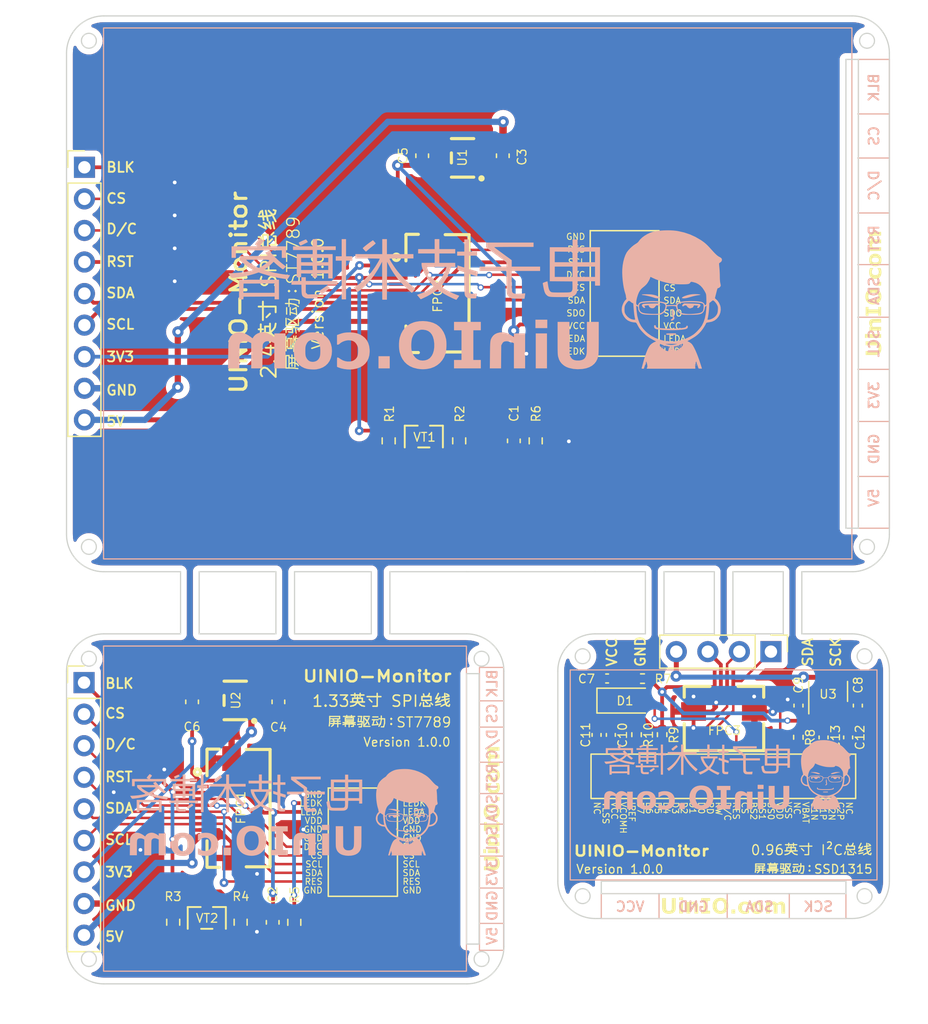
<source format=kicad_pcb>
(kicad_pcb (version 20211014) (generator pcbnew)
  (title_block (title "UINIO-Monitor") (date "2023-01-12") (rev "Version 1.0.0") (company "电子技术博客 UinIO.com"))
  (layers (0 "F.Cu" signal) (31 "B.Cu" signal) (34 "B.Paste" user) (35 "F.Paste" user) (36 "B.SilkS" user "B.Silkscreen") (37 "F.SilkS" user "F.Silkscreen") (38 "B.Mask" user) (39 "F.Mask" user) (44 "Edge.Cuts" user))
  (net 0 "")
  (net 1 "/3.3V_2.4inch")
  (net 2 "GND")
  (net 3 "/3.3V_1.3inch")
  (net 4 "/5V_2.4inch")
  (net 5 "/5V_1.3inch")
  (net 6 "/RESET_0.96inch")
  (net 7 "/3.3V_0.96inch")
  (net 8 "Net-(C10-Pad1)")
  (net 9 "Net-(C11-Pad1)")
  (net 10 "Net-(C12-Pad1)")
  (net 11 "Net-(C12-Pad2)")
  (net 12 "Net-(C13-Pad1)")
  (net 13 "Net-(C13-Pad2)")
  (net 14 "/BLK_1.3inch")
  (net 15 "/CS_1.3inch")
  (net 16 "/D{slash}C_1.3inch")
  (net 17 "/RESET_1.3inch")
  (net 18 "/SDA_1.3inch")
  (net 19 "/SCL_1.3inch")
  (net 20 "/BLK_2.4inch")
  (net 21 "/CS_2.4inch")
  (net 22 "/D{slash}C_2.4inch")
  (net 23 "/RESET_2.4inch")
  (net 24 "/SDA_2.4inch")
  (net 25 "/SCL_2.4inch")
  (net 26 "/SCK_0.96inch")
  (net 27 "/SDA_0.96inch")
  (net 28 "/VCC_0.96inch")
  (net 30 "Net-(P1-Pad10)")
  (net 31 "Net-(P2-Pad2)")
  (net 32 "Net-(R1-Pad2)")
  (net 33 "Net-(R3-Pad1)")
  (net 34 "Net-(R5-Pad1)")
  (net 35 "Net-(R6-Pad1)")
  (net 39 "Net-(P3-Pad26)")
  (footprint "Resistor_SMD:R_0603_1608Metric" (layer "F.Cu") (at 148.77 96.42 90)
    (fp_text reference "R6")
    (fp_text value "10R")
  )
  (footprint "Capacitor_SMD:C_0402_1005Metric" (layer "F.Cu") (at 169.93 117.72 -90)
    (fp_text reference "C9")
    (fp_text value "0.1uF")
  )
  (footprint "Connector_PinHeader_2.54mm:PinHeader_1x09_P2.54mm_Vertical" (layer "F.Cu") (at 112.43 74.41)
    (fp_text reference "J2" hide)
    (fp_text value "Conn_01x09_Male")
  )
  (footprint "Uinio:SOT-23-5_L3.0-W1.7-P0.95-LS2.8-BR" (layer "F.Cu") (at 124.575 117.306)
    (fp_text reference "U2")
    (fp_text value "ME6211")
  )
  (footprint "LOGO" (layer "F.Cu") (at 163.890778 133.81)
    (fp_text reference "")
    (fp_text value "LOGO" hide)
  )
  (footprint "Capacitor_SMD:C_0402_1005Metric" (layer "F.Cu") (at 171.95 120.28 -90)
    (fp_text reference "C13")
    (fp_text value "1uF")
  )
  (footprint "Capacitor_SMD:C_0402_1005Metric" (layer "F.Cu") (at 154.52 115.54)
    (fp_text reference "C7")
    (fp_text value "0.1uF")
  )
  (footprint "Capacitor_SMD:C_0603_1608Metric" (layer "F.Cu") (at 127.59 135.16 90)
    (fp_text reference "C2")
    (fp_text value "1uF")
  )
  (footprint "Uinio:LCD_Pad_10Pin" (layer "F.Cu") (at 156 83.945)
    (fp_text reference "P1" hide)
    (fp_text value "LCD_Pad_10Pin")
  )
  (footprint "Resistor_SMD:R_0402_1005Metric" (layer "F.Cu") (at 156.89 120.06 -90)
    (fp_text reference "R10")
    (fp_text value "910K")
  )
  (footprint "Capacitor_SMD:C_0603_1608Metric" (layer "F.Cu") (at 121.1 117.42 -90)
    (fp_text reference "C6")
    (fp_text value "1uF")
  )
  (footprint "Capacitor_SMD:C_0603_1608Metric" (layer "F.Cu") (at 146.12 73.48 90)
    (fp_text reference "C3")
    (fp_text value "1uF")
  )
  (footprint "Capacitor_SMD:C_0402_1005Metric" (layer "F.Cu") (at 154.82 120.08 90)
    (fp_text reference "C10")
    (fp_text value "4.7uF")
  )
  (footprint "Resistor_SMD:R_0402_1005Metric" (layer "F.Cu") (at 169.92 120.27 90)
    (fp_text reference "R8")
    (fp_text value "10K")
  )
  (footprint "Capacitor_SMD:C_0402_1005Metric" (layer "F.Cu") (at 173.93 120.28 -90)
    (fp_text reference "C12")
    (fp_text value "1uF")
  )
  (footprint "Uinio:FPC-SMD_4P-P0.5" (layer "F.Cu") (at 163.93 116.97)
    (fp_text reference "FPC3")
    (fp_text value "FPC-SMD_4P-0.5mm")
  )
  (footprint "Package_TO_SOT_SMD:SOT-23-3" (layer "F.Cu") (at 172.32 116.58 90)
    (fp_text reference "U3")
    (fp_text value "XC6206PxxxMR")
  )
  (footprint "Capacitor_SMD:C_0402_1005Metric" (layer "F.Cu") (at 174.71 117.72 -90)
    (fp_text reference "C8")
    (fp_text value "1uF")
  )
  (footprint "Capacitor_SMD:C_0603_1608Metric" (layer "F.Cu") (at 139.63 73.48 -90)
    (fp_text reference "C5")
    (fp_text value "1uF")
  )
  (footprint "Uinio:FPC-SMD_KH-FG0.5-H2.0-10Pin" (layer "F.Cu") (at 122.98 125.98 -90)
    (fp_text reference "FPC1")
    (fp_text value "FPC-SMD_10P-0.5mm")
  )
  (footprint "Uinio:SOT-23-3_L2.9-W1.6-P1.90-LS2.9-BL" (layer "F.Cu") (at 139.76 96.074)
    (fp_text reference "VT1")
    (fp_text value "S8050")
  )
  (footprint "Resistor_SMD:R_0603_1608Metric" (layer "F.Cu") (at 119.58 135.15 90)
    (fp_text reference "R3")
    (fp_text value "1K")
  )
  (footprint "Resistor_SMD:R_0603_1608Metric" (layer "F.Cu") (at 142.61 96.42 90)
    (fp_text reference "R2")
    (fp_text value "10K")
  )
  (footprint "Connector_PinHeader_2.54mm:PinHeader_1x04_P2.54mm_Vertical" (layer "F.Cu") (at 167.71 113.38 -90)
    (fp_text reference "J3" hide)
    (fp_text value "Conn_01x04_Male")
  )
  (footprint "Diode_SMD:D_SOD-123" (layer "F.Cu") (at 155.95 117.32)
    (fp_text reference "D1")
    (fp_text value "1N4148W")
  )
  (footprint "Resistor_SMD:R_0603_1608Metric" (layer "F.Cu") (at 125.01 135.15 -90)
    (fp_text reference "R4")
    (fp_text value "10K")
  )
  (footprint "Uinio:OLED_Pad_30Pin" (layer "F.Cu") (at 163.735 123.51 -90)
    (fp_text reference "P3" hide)
    (fp_text value "OLED_Pad_30Pin")
  )
  (footprint "Capacitor_SMD:C_0402_1005Metric" (layer "F.Cu") (at 153.67 120.08 90)
    (fp_text reference "C11")
    (fp_text value "2.2uF")
  )
  (footprint "LOGO" (layer "F.Cu") (at 145.203433 126.019223 90)
    (fp_text reference "")
    (fp_text value "LOGO" hide)
  )
  (footprint "Uinio:SOT-23-3_L2.9-W1.6-P1.90-LS2.9-BL" (layer "F.Cu") (at 122.284 134.804)
    (fp_text reference "VT2")
    (fp_text value "S8050")
  )
  (footprint "LOGO" (layer "F.Cu") (at 175.94 84.569223 90)
    (fp_text reference "")
    (fp_text value "LOGO" hide)
  )
  (footprint "Resistor_SMD:R_0402_1005Metric" (layer "F.Cu") (at 158.95 120.06 90)
    (fp_text reference "R9")
    (fp_text value "10K")
  )
  (footprint "Resistor_SMD:R_0402_1005Metric" (layer "F.Cu") (at 157.37 115.55)
    (fp_text reference "R7")
    (fp_text value "10K")
  )
  (footprint "Uinio:SOT-23-5_L3.0-W1.7-P0.95-LS2.8-BR" (layer "F.Cu") (at 142.88 73.652)
    (fp_text reference "U1")
    (fp_text value "ME6211")
  )
  (footprint "Connector_PinHeader_2.54mm:PinHeader_1x09_P2.54mm_Vertical" (layer "F.Cu") (at 112.4 115.87)
    (fp_text reference "J1" hide)
    (fp_text value "Conn_01x09_Male")
  )
  (footprint "Resistor_SMD:R_0603_1608Metric" (layer "F.Cu") (at 129.33 135.16 90)
    (fp_text reference "R5")
    (fp_text value "10R")
  )
  (footprint "Capacitor_SMD:C_0603_1608Metric" (layer "F.Cu") (at 128.05 117.42 -90)
    (fp_text reference "C4")
    (fp_text value "1uF")
  )
  (footprint "Uinio:LCD_Pad_12Pin" (layer "F.Cu") (at 134.715 128.785)
    (fp_text reference "P2" hide)
    (fp_text value "LCD_Pad_12Pin")
  )
  (footprint "Uinio:FPC-SMD_KH-FG0.5-H2.0-10Pin" (layer "F.Cu") (at 139 84.56 -90)
    (fp_text reference "FPC2")
    (fp_text value "FPC-SMD_10P-0.5mm")
  )
  (footprint "Resistor_SMD:R_0603_1608Metric" (layer "F.Cu") (at 136.93 96.42 -90)
    (fp_text reference "R1")
    (fp_text value "1K")
  )
  (footprint "Capacitor_SMD:C_0603_1608Metric" (layer "F.Cu") (at 147.01 96.42 -90)
    (fp_text reference "C1")
    (fp_text value "1uF")
  )
  (footprint "LOGO" (layer "B.Cu") (at 164.18 123.34 180)
    (fp_text reference "")
    (fp_text value "LOGO" hide)
  )
  (footprint "LOGO" (layer "B.Cu") (at 128.474655 126.37192 180)
    (fp_text reference "")
    (fp_text value "LOGO" hide)
  )
  (footprint "LOGO" (layer "B.Cu") (at 143.823434 85.163094 180)
    (fp_text reference "")
    (fp_text value "LOGO" hide)
  )
  (gr_rect (start 113.97 112.93) (end 143.19 139.09) (layer "B.SilkS") (width 0.1) (fill none))
  (gr_line (start 144.21 117.34) (end 146.21 117.34) (layer "B.SilkS") (width 0.1))
  (gr_line (start 174.71 99.283915) (end 177.21 99.283915) (layer "B.SilkS") (width 0.1))
  (gr_rect (start 174.75 65.73) (end 177.25 103.45) (layer "B.SilkS") (width 0.1) (fill none))
  (gr_line (start 144.21 135.245356) (end 146.21 135.245356) (layer "B.SilkS") (width 0.1))
  (gr_line (start 144.21 127.26) (end 146.21 127.26) (layer "B.SilkS") (width 0.1))
  (gr_line (start 174.71 70.11607) (end 177.21 70.11607) (layer "B.SilkS") (width 0.1))
  (gr_line (start 174.71 90.667252) (end 177.21 90.667252) (layer "B.SilkS") (width 0.1))
  (gr_line (start 144.21 132.4) (end 146.21 132.4) (layer "B.SilkS") (width 0.1))
  (gr_line (start 174.71 73.662497) (end 177.21 73.662497) (layer "B.SilkS") (width 0.1))
  (gr_line (start 174.71 94.861298) (end 177.21 94.861298) (layer "B.SilkS") (width 0.1))
  (gr_rect (start 144.24 114.65) (end 146.19 137.41) (layer "B.SilkS") (width 0.1) (fill none))
  (gr_line (start 144.21 119.45) (end 146.21 119.45) (layer "B.SilkS") (width 0.1))
  (gr_line (start 174.71 78.085114) (end 177.21 78.085114) (layer "B.SilkS") (width 0.1))
  (gr_rect (start 154.05 132.85) (end 173.75 134.85) (layer "B.SilkS") (width 0.1) (fill none))
  (gr_line (start 169.19 134.86) (end 169.19 132.86) (layer "B.SilkS") (width 0.1))
  (gr_line (start 174.71 82.241065) (end 177.21 82.241065) (layer "B.SilkS") (width 0.1))
  (gr_line (start 144.21 122.28) (end 146.21 122.28) (layer "B.SilkS") (width 0.1))
  (gr_line (start 174.71 86.473206) (end 177.21 86.473206) (layer "B.SilkS") (width 0.1))
  (gr_rect (start 113.97 63.2) (end 174.23 105.92) (layer "B.SilkS") (width 0.1) (fill none))
  (gr_rect (start 151.55 114.85) (end 176.25 131.75) (layer "B.SilkS") (width 0.1) (fill none))
  (gr_line (start 144.21 129.83) (end 146.21 129.83) (layer "B.SilkS") (width 0.1))
  (gr_line (start 144.21 124.8) (end 146.21 124.8) (layer "B.SilkS") (width 0.1))
  (gr_line (start 164.19 134.85) (end 164.19 132.85) (layer "B.SilkS") (width 0.1))
  (gr_line (start 158.7 134.86) (end 158.7 132.86) (layer "B.SilkS") (width 0.1))
  (gr_line (start 110.989999 65.229999) (end 110.989999 103.949999) (layer "Edge.Cuts") (width 0.1))
  (gr_line (start 163.149999 111.949999) (end 163.149999 106.949999) (layer "Edge.Cuts") (width 0.1))
  (gr_line (start 135.529999 106.949999) (end 129.349999 106.949999) (layer "Edge.Cuts") (width 0.1))
  (gr_circle (center 175.449999 104.949999) (end 176.049999 104.949999) (layer "Edge.Cuts") (width 0.1) (fill none))
  (gr_circle (center 112.789999 104.949999) (end 113.389999 104.949999) (layer "Edge.Cuts") (width 0.1) (fill none))
  (gr_line (start 143.209999 115.149999) (end 144.209999 115.149999) (layer "Edge.Cuts") (width 0.1))
  (gr_circle (center 112.789999 138.109999) (end 113.389999 138.109999) (layer "Edge.Cuts") (width 0.1) (fill none))
  (gr_line (start 173.749999 131.849999) (end 173.749999 132.849999) (layer "Edge.Cuts") (width 0.1))
  (gr_line (start 170.199999 106.949999) (end 170.199999 111.949999) (layer "Edge.Cuts") (width 0.1))
  (gr_line (start 120.169999 111.949999) (end 113.989999 111.949999) (layer "Edge.Cuts") (width 0.1))
  (gr_line (start 157.599999 111.949999) (end 153.549999 111.949999) (layer "Edge.Cuts") (width 0.1))
  (gr_line (start 168.699999 106.949999) (end 164.649999 106.949999) (layer "Edge.Cuts") (width 0.1))
  (gr_line (start 174.249999 134.849999) (end 153.549999 134.849999) (layer "Edge.Cuts") (width 0.1))
  (gr_line (start 137.029999 111.949999) (end 143.209999 111.949999) (layer "Edge.Cuts") (width 0.1))
  (gr_arc (start 110.989999 114.949999) (mid 111.868679 112.828679) (end 113.989999 111.949999) (layer "Edge.Cuts") (width 0.1))
  (gr_circle (center 112.789999 64.229999) (end 113.389999 64.229999) (layer "Edge.Cuts") (width 0.1) (fill none))
  (gr_line (start 121.669999 111.949999) (end 127.849999 111.949999) (layer "Edge.Cuts") (width 0.1))
  (gr_line (start 129.349999 106.949999) (end 129.349999 111.949999) (layer "Edge.Cuts") (width 0.1))
  (gr_arc (start 174.249999 62.229999) (mid 176.371319 63.108679) (end 177.249999 65.229999) (layer "Edge.Cuts") (width 0.1))
  (gr_line (start 173.749999 65.729999) (end 174.749999 65.729999) (layer "Edge.Cuts") (width 0.1))
  (gr_line (start 129.349999 111.949999) (end 135.529999 111.949999) (layer "Edge.Cuts") (width 0.1))
  (gr_circle (center 175.249999 113.749999) (end 175.849999 113.749999) (layer "Edge.Cuts") (width 0.1) (fill none))
  (gr_line (start 170.199999 111.949999) (end 174.249999 111.949999) (layer "Edge.Cuts") (width 0.1))
  (gr_line (start 135.529999 111.949999) (end 135.529999 106.949999) (layer "Edge.Cuts") (width 0.1))
  (gr_circle (center 175.449999 64.229999) (end 176.049999 64.229999) (layer "Edge.Cuts") (width 0.1) (fill none))
  (gr_line (start 137.029999 106.949999) (end 143.209999 106.949999) (layer "Edge.Cuts") (width 0.1))
  (gr_line (start 120.169999 106.949999) (end 120.169999 111.949999) (layer "Edge.Cuts") (width 0.1))
  (gr_line (start 170.199999 106.949999) (end 174.249999 106.949999) (layer "Edge.Cuts") (width 0.1))
  (gr_line (start 177.249999 65.229999) (end 177.249999 103.949999) (layer "Edge.Cuts") (width 0.1))
  (gr_line (start 113.989999 62.229999) (end 174.249999 62.229999) (layer "Edge.Cuts") (width 0.1))
  (gr_line (start 143.209999 106.949999) (end 153.549999 106.949999) (layer "Edge.Cuts") (width 0.1))
  (gr_line (start 173.749999 103.449999) (end 173.749999 65.729999) (layer "Edge.Cuts") (width 0.1))
  (gr_line (start 153.549999 106.949999) (end 157.599999 106.949999) (layer "Edge.Cuts") (width 0.1))
  (gr_line (start 154.049999 131.849999) (end 173.749999 131.849999) (layer "Edge.Cuts") (width 0.1))
  (gr_arc (start 146.209999 137.109999) (mid 145.331319 139.231319) (end 143.209999 140.109999) (layer "Edge.Cuts") (width 0.1))
  (gr_circle (center 152.549999 113.749999) (end 153.149999 113.749999) (layer "Edge.Cuts") (width 0.1) (fill none))
  (gr_line (start 127.849999 106.949999) (end 121.669999 106.949999) (layer "Edge.Cuts") (width 0.1))
  (gr_arc (start 143.209999 111.949999) (mid 145.331319 112.828679) (end 146.209999 114.949999) (layer "Edge.Cuts") (width 0.1))
  (gr_circle (center 112.789999 113.949999) (end 113.389999 113.949999) (layer "Edge.Cuts") (width 0.1) (fill none))
  (gr_line (start 113.989999 140.109999) (end 143.209999 140.109999) (layer "Edge.Cuts") (width 0.1))
  (gr_circle (center 144.409999 138.109999) (end 145.009999 138.109999) (layer "Edge.Cuts") (width 0.1) (fill none))
  (gr_circle (center 144.409999 113.949999) (end 145.009999 113.949999) (layer "Edge.Cuts") (width 0.1) (fill none))
  (gr_line (start 177.249999 114.949999) (end 177.249999 131.849999) (layer "Edge.Cuts") (width 0.1))
  (gr_line (start 154.049999 132.849999) (end 154.049999 131.849999) (layer "Edge.Cuts") (width 0.1))
  (gr_line (start 174.749999 103.449999) (end 173.749999 103.449999) (layer "Edge.Cuts") (width 0.1))
  (gr_line (start 146.209999 114.949999) (end 146.209999 137.109999) (layer "Edge.Cuts") (width 0.1))
  (gr_line (start 144.209999 115.149999) (end 144.209999 136.909999) (layer "Edge.Cuts") (width 0.1))
  (gr_line (start 157.599999 106.949999) (end 157.599999 111.949999) (layer "Edge.Cuts") (width 0.1))
  (gr_arc (start 110.989999 65.229999) (mid 111.868679 63.108679) (end 113.989999 62.229999) (layer "Edge.Cuts") (width 0.1))
  (gr_line (start 164.649999 106.949999) (end 164.649999 111.949999) (layer "Edge.Cuts") (width 0.1))
  (gr_line (start 163.149999 106.949999) (end 159.099999 106.949999) (layer "Edge.Cuts") (width 0.1))
  (gr_circle (center 175.249999 133.049999) (end 175.849999 133.049999) (layer "Edge.Cuts") (width 0.1) (fill none))
  (gr_line (start 174.749999 65.729999) (end 174.749999 103.449999) (layer "Edge.Cuts") (width 0.1))
  (gr_line (start 164.649999 111.949999) (end 168.699999 111.949999) (layer "Edge.Cuts") (width 0.1))
  (gr_line (start 150.549999 131.849999) (end 150.549999 114.949999) (layer "Edge.Cuts") (width 0.1))
  (gr_line (start 121.669999 106.949999) (end 121.669999 111.949999) (layer "Edge.Cuts") (width 0.1))
  (gr_arc (start 153.549999 134.849999) (mid 151.428679 133.971319) (end 150.549999 131.849999) (layer "Edge.Cuts") (width 0.1))
  (gr_line (start 127.849999 111.949999) (end 127.849999 106.949999) (layer "Edge.Cuts") (width 0.1))
  (gr_line (start 173.749999 132.849999) (end 154.049999 132.849999) (layer "Edge.Cuts") (width 0.1))
  (gr_line (start 144.209999 136.909999) (end 143.209999 136.909999) (layer "Edge.Cuts") (width 0.1))
  (gr_line (start 159.099999 111.949999) (end 163.149999 111.949999) (layer "Edge.Cuts") (width 0.1))
  (gr_line (start 168.699999 111.949999) (end 168.699999 106.949999) (layer "Edge.Cuts") (width 0.1))
  (gr_arc (start 177.249999 103.949999) (mid 176.371319 106.071319) (end 174.249999 106.949999) (layer "Edge.Cuts") (width 0.1))
  (gr_arc (start 177.249999 131.849999) (mid 176.371319 133.971319) (end 174.249999 134.849999) (layer "Edge.Cuts") (width 0.1))
  (gr_line (start 143.209999 136.909999) (end 143.209999 115.149999) (layer "Edge.Cuts") (width 0.1))
  (gr_arc (start 150.549999 114.949999) (mid 151.428679 112.828679) (end 153.549999 111.949999) (layer "Edge.Cuts") (width 0.1))
  (gr_line (start 159.099999 106.949999) (end 159.099999 111.949999) (layer "Edge.Cuts") (width 0.1))
  (gr_circle (center 152.549999 133.049999) (end 153.149999 133.049999) (layer "Edge.Cuts") (width 0.1) (fill none))
  (gr_line (start 110.989999 114.949999) (end 110.989999 137.109999) (layer "Edge.Cuts") (width 0.1))
  (gr_arc (start 174.249999 111.949999) (mid 176.371319 112.828679) (end 177.249999 114.949999) (layer "Edge.Cuts") (width 0.1))
  (gr_arc (start 113.989999 106.949999) (mid 111.868679 106.071319) (end 110.989999 103.949999) (layer "Edge.Cuts") (width 0.1))
  (gr_line (start 137.029999 106.949999) (end 137.029999 111.949999) (layer "Edge.Cuts") (width 0.1))
  (gr_arc (start 113.989999 140.109999) (mid 111.868679 139.231319) (end 110.989999 137.109999) (layer "Edge.Cuts") (width 0.1))
  (gr_line (start 113.989999 106.949999) (end 120.169999 106.949999) (layer "Edge.Cuts") (width 0.1))
  (gr_text "5V" (at 145.26 136.26 90) (layer "B.SilkS") (effects (font (size 0.8 0.8)) (justify mirror)))
  (gr_text "5V" (at 176 101 90) (layer "B.SilkS") (effects (font (size 0.8 0.8)) (justify mirror)))
  (gr_text "SDA" (at 166.79 133.9) (layer "B.SilkS") (effects (font (size 0.8 0.8)) (justify mirror)))
  (gr_text "GND" (at 145.26 133.82 90) (layer "B.SilkS") (effects (font (size 0.8 0.8)) (justify mirror)))
  (gr_text "D/C" (at 176.01 75.873806 90) (layer "B.SilkS") (effects (font (size 0.8 0.8)) (justify mirror)))
  (gr_text "D/C" (at 145.26 120.84 90) (layer "B.SilkS") (effects (font (size 0.8 0.8)) (justify mirror)))
  (gr_text "BLK" (at 145.26 115.95 90) (layer "B.SilkS") (effects (font (size 0.8 0.8)) (justify mirror)))
  (gr_text "CS" (at 145.26 118.35 90) (layer "B.SilkS") (effects (font (size 0.8 0.8)) (justify mirror)))
  (gr_text "SCL" (at 176.01 88.570229 90) (layer "B.SilkS") (effects (font (size 0.8 0.8)) (justify mirror)))
  (gr_text "3V3" (at 145.26 131.13 90) (layer "B.SilkS") (effects (font (size 0.8 0.8)) (justify mirror)))
  (gr_text "SDA" (at 176.01 84.357136 90) (layer "B.SilkS") (effects (font (size 0.8 0.8)) (justify mirror)))
  (gr_text "BLK" (at 176 68 90) (layer "B.SilkS") (effects (font (size 0.8 0.8)) (justify mirror)))
  (gr_text "RST" (at 176.01 80.16309 90) (layer "B.SilkS") (effects (font (size 0.8 0.8)) (justify mirror)))
  (gr_text "CS" (at 176.01 71.889284 90) (layer "B.SilkS") (effects (font (size 0.8 0.8)) (justify mirror)))
  (gr_text "3V3" (at 176.01 92.764275 90) (layer "B.SilkS") (effects (font (size 0.8 0.8)) (justify mirror)))
  (gr_text "SDA" (at 145.26 125.99 90) (layer "B.SilkS") (effects (font (size 0.8 0.8)) (justify mirror)))
  (gr_text "SCK" (at 171.52 133.9) (layer "B.SilkS") (effects (font (size 0.8 0.8)) (justify mirror)))
  (gr_text "RST" (at 145.26 123.47 90) (layer "B.SilkS") (effects (font (size 0.8 0.8)) (justify mirror)))
  (gr_text "VCC" (at 156.37 133.9) (layer "B.SilkS") (effects (font (size 0.8 0.8)) (justify mirror)))
  (gr_text "GND" (at 161.46 133.9) (layer "B.SilkS") (effects (font (size 0.8 0.8)) (justify mirror)))
  (gr_text "GND" (at 176.01 97.072607 90) (layer "B.SilkS") (effects (font (size 0.8 0.8)) (justify mirror)))
  (gr_text "SCL" (at 145.26 128.514524 90) (layer "B.SilkS") (effects (font (size 0.8 0.8)) (justify mirror)))
  (gr_text "UINIO-Monitor" (at 136.01 115.36) (layer "F.SilkS") (effects (font (size 0.9 1.1) (thickness 0.2))))
  (gr_text "3V3" (at 115.225715 131.12) (layer "F.SilkS") (effects (font (size 0.8 0.8))))
  (gr_text "屏幕驱动：SSD1315" (at 171.103333 130.88) (layer "F.SilkS") (effects (font (size 0.7 0.7) (thickness 0.1))))
  (gr_text "GND" (at 115.34 133.81) (layer "F.SilkS") (effects (font (size 0.8 0.8))))
  (gr_text "RST" (at 115.206667 123.46) (layer "F.SilkS") (effects (font (size 0.8 0.8))))
  (gr_text "3V3" (at 115.32 89.66) (layer "F.SilkS") (effects (font (size 0.8 0.8))))
  (gr_text "CS" (at 114.901905 118.34) (layer "F.SilkS") (effects (font (size 0.8 0.8))))
  (gr_text "GND" (at 115.434285 92.35) (layer "F.SilkS") (effects (font (size 0.8 0.8))))
  (gr_text "RST" (at 115.300952 82) (layer "F.SilkS") (effects (font (size 0.8 0.8))))
  (gr_text "BLK" (at 115.339047 74.41) (layer "F.SilkS") (effects (font (size 0.8 0.8))))
  (gr_text "D/C" (at 115.434285 79.37) (layer "F.SilkS") (effects (font (size 0.8 0.8))))
  (gr_text "UINIO-Monitor" (at 124.85 84.48 90) (layer "F.SilkS") (effects (font (size 1.3 1.5) (thickness 0.25))))
  (gr_text "SCK" (at 172.93 113.41 90) (layer "F.SilkS") (effects (font (size 0.8 0.8))))
  (gr_text "SCL" (at 115.225715 128.504524) (layer "F.SilkS") (effects (font (size 0.8 0.8))))
  (gr_text "CS" (at 114.99619 76.92) (layer "F.SilkS") (effects (font (size 0.8 0.8))))
  (gr_text "0.96英寸 I²C总线" (at 170.991429 129.35) (layer "F.SilkS") (effects (font (size 0.8 0.8) (thickness 0.1))))
  (gr_text "VCC" (at 154.9 113.42 90) (layer "F.SilkS") (effects (font (size 0.8 0.8))))
  (gr_text "2.4英寸 SPI总线" (at 127.283333 84.56 90) (layer "F.SilkS") (effects (font (size 1.2 1.2))))
  (gr_text "BLK" (at 115.244762 115.94) (layer "F.SilkS") (effects (font (size 0.8 0.8))))
  (gr_text "屏幕驱动：ST7789" (at 129.256666 84.560001 90) (layer "F.SilkS") (effects (font (size 1 1) (thickness 0.1))))
  (gr_text "SDA" (at 170.68 113.42 90) (layer "F.SilkS") (effects (font (size 0.8 0.8))))
  (gr_text "SCL" (at 115.32 87.044524) (layer "F.SilkS") (effects (font (size 0.8 0.8))))
  (gr_text "1.33英寸 SPI总线" (at 136.37 117.3605) (layer "F.SilkS") (effects (font (size 0.9 0.9) (thickness 0.12))))
  (gr_text "Version 1.0.0" (at 131.229999 84.56 90) (layer "F.SilkS") (effects (font (size 0.9 0.9) (thickness 0.12))))
  (gr_text "UINIO-Monitor" (at 157.28 129.425) (layer "F.SilkS") (effects (font (size 0.8 1) (thickness 0.2))))
  (gr_text "Version 1.0.0" (at 138.4 120.66) (layer "F.SilkS") (effects (font (size 0.7 0.7) (thickness 0.1))))
  (gr_text "5V" (at 114.844762 136.31) (layer "F.SilkS") (effects (font (size 0.8 0.8))))
  (gr_text "GND" (at 157.2 113.37 90) (layer "F.SilkS") (effects (font (size 0.8 0.8))))
  (gr_text "5V" (at 114.939047 94.85) (layer "F.SilkS") (effects (font (size 0.8 0.8))))
  (gr_text "SDA" (at 115.244762 125.98) (layer "F.SilkS") (effects (font (size 0.8 0.8))))
  (gr_text "SDA" (at 115.339047 84.52) (layer "F.SilkS") (effects (font (size 0.8 0.8))))
  (gr_text "D/C" (at 115.34 120.83) (layer "F.SilkS") (effects (font (size 0.8 0.8))))
  (gr_text "Version 1.0.0" (at 155.54 130.88) (layer "F.SilkS") (effects (font (size 0.7 0.7) (thickness 0.1))))
  (gr_text "屏幕驱动：ST7789" (at 136.982381 119.067333) (layer "F.SilkS") (effects (font (size 0.8 0.8) (thickness 0.1))))
  (segment (start 147 87.56) (end 147.505 87.055) (width 0.3) (layer "F.Cu") (net 1))
  (segment (start 137.66 74.26) (end 137.66 82.27) (width 0.3) (layer "F.Cu") (net 1))
  (segment (start 146.96 95.595) (end 142.61 95.595) (width 0.3) (layer "F.Cu") (net 1))
  (segment (start 140.405 74.255) (end 140.752 74.602) (width 0.3) (layer "F.Cu") (net 1))
  (segment (start 137.655 74.255) (end 139.63 74.255) (width 0.4) (layer "F.Cu") (net 1))
  (segment (start 137.66 82.27) (end 137.7 82.31) (width 0.3) (layer "F.Cu") (net 1))
  (segment (start 147 87.56) (end 147.495 88.055) (width 0.3) (layer "F.Cu") (net 1))
  (segment (start 147 87.56) (end 146.99 87.57) (width 0.3) (layer "F.Cu") (net 1))
  (segment (start 147.495 88.055) (end 155.935 88.055) (width 0.3) (layer "F.Cu") (net 1))
  (segment (start 139.63 74.255) (end 140.405 74.255) (width 0.3) (layer "F.Cu") (net 1))
  (segment (start 134.58 82.31) (end 137.7 82.31) (width 0.3) (layer "F.Cu") (net 1))
  (segment (start 140.752 74.602) (end 141.58 74.602) (width 0.3) (layer "F.Cu") (net 1))
  (segment (start 146.99 87.57) (end 146.99 95.625) (width 0.3) (layer "F.Cu") (net 1))
  (segment (start 137.655 74.255) (end 137.66 74.26) (width 0.3) (layer "F.Cu") (net 1))
  (segment (start 147.505 87.055) (end 155.935 87.055) (width 0.3) (layer "F.Cu") (net 1))
  (via (at 147 87.56) (size 0.9) (drill 0.4) (layers "F.Cu" "B.Cu") (net 1))
  (via (at 137.655 74.255) (size 0.9) (drill 0.4) (layers "F.Cu" "B.Cu") (net 1))
  (via (at 134.58 82.31) (size 0.7) (drill 0.3) (layers "F.Cu" "B.Cu") (net 1))
  (segment (start 134.52 82.31) (end 127.18 89.65) (width 0.3) (layer "B.Cu") (net 1))
  (segment (start 127.18 89.65) (end 112.43 89.65) (width 0.3) (layer "B.Cu") (net 1))
  (segment (start 134.58 82.31) (end 134.52 82.31) (width 0.3) (layer "B.Cu") (net 1))
  (segment (start 147 83.6) (end 137.655 74.255) (width 0.3) (layer "B.Cu") (net 1))
  (segment (start 147 87.56) (end 147 83.6) (width 0.3) (layer "B.Cu") (net 1))
  (segment (start 163.68 115.745) (end 163.68 114.43) (width 0.3) (layer "F.Cu") (net 2))
  (segment (start 144.18 73.652) (end 144.882 73.652) (width 0.6) (layer "F.Cu") (net 2))
  (segment (start 139.44 82.81) (end 140.3 81.95) (width 0.3) (layer "F.Cu") (net 2))
  (segment (start 170.8925 117.24) (end 171.37 117.7175) (width 0.3) (layer "F.Cu") (net 2))
  (segment (start 166.38 118.195) (end 167.835 118.195) (width 0.3) (layer "F.Cu") (net 2))
  (segment (start 169.06 117.23) (end 169.92 117.23) (width 0.3) (layer "F.Cu") (net 2))
  (segment (start 167.735 124.945) (end 167.735 125.165) (width 0.3) (layer "F.Cu") (net 2))
  (segment (start 123.234 135.949) (end 123.234 136.744) (width 0.3) (layer "F.Cu") (net 2))
  (segment (start 141.06 98.29) (end 146.63 98.29) (width 0.3) (layer "F.Cu") (net 2))
  (segment (start 169.135 125.235) (end 169.135 123.41) (width 0.3) (layer "F.Cu") (net 2))
  (segment (start 137.7 86.31) (end 139.38 86.31) (width 0.3) (layer "F.Cu") (net 2))
  (segment (start 169.12 125.25) (end 169.135 125.235) (width 0.3) (layer "F.Cu") (net 2))
  (segment (start 163.3 117.83) (end 162.935 118.195) (width 0.3) (layer "F.Cu") (net 2))
  (segment (start 146.63 98.29) (end 147.01 97.91) (width 0.3) (layer "F.Cu") (net 2))
  (segment (start 167.735 125.245) (end 167.735 124.945) (width 0.3) (layer "F.Cu") (net 2))
  (segment (start 166.335 125.245) (end 166.34 125.25) (width 0.3) (layer "F.Cu") (net 2))
  (segment (start 123.2685 127.73) (end 124.28 128.7415) (width 0.3) (layer "F.Cu") (net 2))
  (segment (start 126.33 131.26) (end 125.05 129.98) (width 0.3) (layer "F.Cu") (net 2))
  (segment (start 167.735 124.945) (end 167.735 123.41) (width 0.3) (layer "F.Cu") (net 2))
  (segment (start 130.06 124.87) (end 130.065 124.875) (width 0.3) (layer "F.Cu") (net 2))
  (segment (start 169.93 117.24) (end 170.8925 117.24) (width 0.3) (layer "F.Cu") (net 2))
  (segment (start 145.485 74.255) (end 146.12 74.255) (width 0.6) (layer "F.Cu") (net 2))
  (segment (start 134.835 127.675) (end 130.075 127.675) (width 0.4) (layer "F.Cu") (net 2))
  (segment (start 167.735 125.165) (end 167.82 125.25) (width 0.3) (layer "F.Cu") (net 2))
  (segment (start 124.28 128.7415) (end 124.28 129.98) (width 0.3) (layer "F.Cu") (net 2))
  (segment (start 147.415 97.195) (end 148.16 96.45) (width 0.3) (layer "F.Cu") (net 2))
  (segment (start 165.625 125.245) (end 165.625 123.41) (width 0.3) (layer "F.Cu") (net 2))
  (segment (start 163.68 116.695) (end 163.68 115.745) (width 0.3) (layer "F.Cu") (net 2))
  (segment (start 167.82 125.25) (end 169.12 125.25) (width 0.3) (layer "F.Cu") (net 2))
  (segment (start 166.36 116.99) (end 166.38 117.01) (width 0.3) (layer "F.Cu") (net 2))
  (segment (start 161.48 116.99) (end 163.385 116.99) (width 0.3) (layer "F.Cu") (net 2))
  (segment (start 139.38 86.31) (end 140.3 87.23) (width 0.3) (layer "F.Cu") (net 2))
  (segment (start 148.16 96.45) (end 151.43 96.45) (width 0.3) (layer "F.Cu") (net 2))
  (segment (start 167.835 118.195) (end 167.86 118.22) (width 0.3) (layer "F.Cu") (net 2))
  (segment (start 163.385 116.99) (end 163.68 116.695) (width 0.3) (layer "F.Cu") (net 2))
  (segment (start 130.065 124.875) (end 134.835 124.875) (width 0.3) (layer "F.Cu") (net 2))
  (segment (start 140.71 97.209) (end 140.71 97.94) (width 0.3) (layer "F.Cu") (net 2))
  (segment (start 127.59 136.76) (end 127.59 135.935) (width 0.3) (layer "F.Cu") (net 2))
  (segment (start 166.38 117.01) (end 166.38 118.195) (width 0.3) (layer "F.Cu") (net 2))
  (segment (start 161.48 119.51) (end 161.47 119.52) (width 0.3) (layer "F.Cu") (net 2))
  (segment (start 123.7 137.21) (end 127.14 137.21) (width 0.3) (layer "F.Cu") (net 2))
  (segment (start 127.14 137.21) (end 127.59 136.76) (width 0.3) (layer "F.Cu") (net 2))
  (segment (start 165.62 125.25) (end 165.625 125.245) (width 0.3) (layer "F.Cu") (net 2))
  (segment (start 163.3 117.47) (end 163.3 117.83) (width 0.3) (layer "F.Cu") (net 2))
  (segment (start 140.71 97.94) (end 141.06 98.29) (width 0.3) (layer "F.Cu") (net 2))
  (segment (start 120.23 124.23) (end 118.86 122.86) (width 0.3) (layer "F.Cu") (net 2))
  (segment (start 147.01 97.195) (end 147.415 97.195) (width 0.3) (layer "F.Cu") (net 2))
  (segment (start 140.3 87.23) (end 140.3 88.56) (width 0.3) (layer "F.Cu") (net 2))
  (segment (start 121.68 127.73) (end 123.2685 127.73) (width 0.3) (layer "F.Cu") (net 2))
  (segment (start 164.23 125.25) (end 165.62 125.25) (width 0.3) (layer "F.Cu") (net 2))
  (segment (start 162.935 118.195) (end 161.48 118.195) (width 0.3) (layer "F.Cu") (net 2))
  (segment (start 125.05 129.98) (end 124.28 129.98) (width 0.3) (layer "F.Cu") (net 2))
  (segment (start 123.234 136.744) (end 123.7 137.21) (width 0.3) (layer "F.Cu") (net 2))
  (segment (start 151.43 96.45) (end 151.44 96.46) (width 0.3) (layer "F.Cu") (net 2))
  (segment (start 147.01 97.91) (end 147.01 97.195) (width 0.3) (layer "F.Cu") (net 2))
  (segment (start 140.3 81.95) (end 140.3 80.56) (width 0.3) (layer "F.Cu") (net 2))
  (segment (start 167.73 125.25) (end 167.735 125.245) (width 0.3) (layer "F.Cu") (net 2))
  (segment (start 121.68 124.23) (end 120.23 124.23) (width 0.3) (layer "F.Cu") (net 2))
  (segment (start 127.389 117.306) (end 128.05 116.645) (width 0.3) (layer "F.Cu") (net 2))
  (segment (start 134.835 128.375) (end 134.835 127.675) (width 0.4) (layer "F.Cu") (net 2))
  (segment (start 125.875 117.306) (end 127.389 117.306) (width 0.3) (layer "F.Cu") (net 2))
  (segment (start 166.335 123.41) (end 166.335 125.245) (width 0.3) (layer "F.Cu") (net 2))
  (segment (start 130.075 127.675) (end 130.06 127.69) (width 0.4) (layer "F.Cu") (net 2))
  (segment (start 127.59 135.935) (end 126.335 135.935) (width 0.3) (layer "F.Cu") (net 2))
  (segment (start 163.68 114.43) (end 162.63 113.38) (width 0.3) (layer "F.Cu") (net 2))
  (segment (start 166.34 125.25) (end 167.73 125.25) (width 0.3) (layer "F.Cu") (net 2))
  (segment (start 164.225 125.245) (end 164.23 125.25) (width 0.3) (layer "F.Cu") (net 2))
  (segment (start 161.48 118.195) (end 161.48 119.51) (width 0.3) (layer "F.Cu") (net 2))
  (segment (start 164.225 123.41) (end 164.225 125.245) (width 0.3) (layer "F.Cu") (net 2))
  (segment (start 161.48 116.99) (end 161.48 118.195) (width 0.3) (layer "F.Cu") (net 2))
  (segment (start 126.335 135.935) (end 126.32 135.92) (width 0.3) (layer "F.Cu") (net 2))
  (segment (start 144.882 73.652) (end 145.485 74.255) (width 0.6) (layer "F.Cu") (net 2))
  (segment (start 137.7 82.81) (end 139.44 82.81) (width 0.3) (layer "F.Cu") (net 2))
  (via (at 119.7 83.58) (size 0.7) (drill 0.3) (layers "F.Cu" "B.Cu") (net 2))
  (via (at 114.79 124.69) (size 0.5) (drill 0.3) (layers "F.Cu" "B.Cu") (net 2))
  (via (at 126.33 131.26) (size 0.5) (drill 0.3) (layers "F.Cu" "B.Cu") (net 2))
  (via (at 119.7 80.93) (size 0.7) (drill 0.3) (layers "F.Cu" "B.Cu") (net 2))
  (via (at 130.06 127.69) (size 0.7) (drill 0.3) (layers "F.Cu" "B.Cu") (net 2))
  (via (at 118.86 122.86) (size 0.7) (drill 0.3) (layers "F.Cu" "B.Cu") (net 2))
  (via (at 119.7 78.28) (size 0.7) (drill 0.3) (layers "F.Cu" "B.Cu") (net 2))
  (via (at 130.06 124.87) (size 0.7) (drill 0.3) (layers "F.Cu" "B.Cu") (net 2))
  (via (at 151.44 96.46) (size 0.7) (drill 0.3) (layers "F.Cu" "B.Cu") (net 2))
  (via (at 119.7 75.63) (size 0.7) (drill 0.3) (layers "F.Cu" "B.Cu") (net 2))
  (via (at 163.3 117.47) (size 0.5) (drill 0.3) (layers "F.Cu" "B.Cu") (net 2))
  (via (at 161.47 119.52) (size 0.5) (drill 0.3) (layers "F.Cu" "B.Cu") (net 2))
  (via (at 166.36 116.99) (size 0.7) (drill 0.3) (layers "F.Cu" "B.Cu") (net 2))
  (via (at 169.06 117.23) (size 0.7) (drill 0.3) (layers "F.Cu" "B.Cu") (net 2))
  (via (at 161.48 116.99) (size 0.7) (drill 0.3) (layers "F.Cu" "B.Cu") (net 2))
  (via (at 116.94 129.33) (size 0.5) (drill 0.3) (layers "F.Cu" "B.Cu") (net 2))
  (via (at 148.02 89.41) (size 0.7) (drill 0.3) (layers "F.Cu" "B.Cu") (net 2))
  (via (at 126.32 135.92) (size 0.5) (drill 0.3) (layers "F.Cu" "B.Cu") (net 2))
  (via (at 167.86 118.22) (size 0.7) (drill 0.3) (layers "F.Cu" "B.Cu") (net 2))
  (segment (start 126.32 131.27) (end 126.33 131.26) (width 0.3) (layer "B.Cu") (net 2))
  (segment (start 167.98 118.22) (end 167.86 118.22) (width 0.3) (layer "B.Cu") (net 2))
  (segment (start 169.06 117.23) (end 168.97 117.23) (width 0.3) (layer "B.Cu") (net 2))
  (segment (start 166.36 116.99) (end 161.48 116.99) (width 0.3) (layer "B.Cu") (net 2))
  (segment (start 130.06 127.69) (end 130.06 124.87) (width 0.4) (layer "B.Cu") (net 2))
  (segment (start 168.97 117.23) (end 167.98 118.22) (width 0.3) (layer "B.Cu") (net 2))
  (segment (start 126.32 135.92) (end 126.32 131.27) (width 0.3) (layer "B.Cu") (net 2))
  (segment (start 127.61 126.34) (end 126.88 126.34) (width 0.3) (layer "F.Cu") (net 3))
  (segment (start 127.62 132.8) (end 127.62 134.355) (width 0.3) (layer "F.Cu") (net 3))
  (segment (start 126.88 126.34) (end 124.3 123.76) (width 0.3) (layer "F.Cu") (net 3))
  (segment (start 127.61 126.34) (end 127.675 126.275) (width 0.3) (layer "F.Cu") (net 3))
  (segment (start 127.675 126.275) (end 134.835 126.275) (width 0.3) (layer "F.Cu") (net 3))
  (segment (start 121.71 123.76) (end 121.68 123.73) (width 0.3) (layer "F.Cu") (net 3))
  (segment (start 127.59 134.385) (end 125.05 134.385) (width 0.3) (layer "F.Cu") (net 3))
  (segment (start 121.1015 120.5885) (end 121.1015 123.1515) (width 0.3) (layer "F.Cu") (net 3))
  (segment (start 124.3 123.76) (end 121.71 123.76) (width 0.3) (layer "F.Cu") (net 3))
  (segment (start 134.835 126.975) (end 134.835 126.275) (width 0.4) (layer "F.Cu") (net 3))
  (segment (start 121.1015 123.1515) (end 121.68 123.73) (width 0.3) (layer "F.Cu") (net 3))
  (segment (start 121.1015 118.1965) (end 121.1015 120.5885) (width 0.3) (layer "F.Cu") (net 3))
  (segment (start 121.1 118.195) (end 123.214 118.195) (width 0.3) (layer "F.Cu") (net 3))
  (via (at 127.61 126.34) (size 0.7) (drill 0.3) (layers "F.Cu" "B.Cu") (net 3))
  (via (at 121.1015 120.5885) (size 0.7) (drill 0.3) (layers "F.Cu" "B.Cu") (net 3))
  (via (at 127.62 132.8) (size 0.7) (drill 0.3) (layers "F.Cu" "B.Cu") (net 3))
  (segment (start 127.61 126.34) (end 127.61 132.79) (width 0.3) (layer "B.Cu") (net 3))
  (segment (start 112.4 131.11) (end 121.1015 122.4085) (width 0.3) (layer "B.Cu") (net 3))
  (segment (start 121.1015 122.4085) (end 121.1015 120.5885) (width 0.3) (layer "B.Cu") (net 3))
  (segment (start 127.61 132.79) (end 127.62 132.8) (width 0.3) (layer "B.Cu") (net 3))
  (segment (start 119.95 87.66) (end 119.96 87.65) (width 0.5) (layer "F.Cu") (net 4))
  (segment (start 146.14 70.76) (end 146.14 72.685) (width 0.6) (layer "F.Cu") (net 4))
  (segment (start 144.18 72.702) (end 143.398 72.702) (width 0.5) (layer "F.Cu") (net 4))
  (segment (start 119.95 92.1) (end 119.95 87.66) (width 0.5) (layer "F.Cu") (net 4))
  (segment (start 143.392 74.602) (end 144.18 74.602) (width 0.5) (layer "F.Cu") (net 4))
  (segment (start 128.01 86.81) (end 120.09 94.73) (width 0.4) (layer "F.Cu") (net 4))
  (segment (start 146.12 72.705) (end 144.183 72.705) (width 0.5) (layer "F.Cu") (net 4))
  (segment (start 120.09 94.73) (end 112.43 94.73) (width 0.4) (layer "F.Cu") (net 4))
  (segment (start 143.1 73) (end 143.1 74.31) (width 0.5) (layer "F.Cu") (net 4))
  (segment (start 143.398 72.702) (end 143.1 73) (width 0.5) (layer "F.Cu") (net 4))
  (segment (start 137.7 86.81) (end 128.01 86.81) (width 0.4) (layer "F.Cu") (net 4))
  (segment (start 143.1 74.31) (end 143.392 74.602) (width 0.5) (layer "F.Cu") (net 4))
  (segment (start 146.15 70.75) (end 146.14 70.76) (width 0.6) (layer "F.Cu") (net 4))
  (via (at 119.96 87.65) (size 0.9) (drill 0.4) (layers "F.Cu" "B.Cu") (net 4))
  (via (at 119.95 92.1) (size 0.9) (drill 0.4) (layers "F.Cu" "B.Cu") (net 4))
  (via (at 146.15 70.75) (size 0.9) (drill 0.4) (layers "F.Cu" "B.Cu") (net 4))
  (segment (start 119.94 92.1) (end 117.31 94.73) (width 0.5) (layer "B.Cu") (net 4))
  (segment (start 136.86 70.75) (end 146.15 70.75) (width 0.5) (layer "B.Cu") (net 4))
  (segment (start 117.31 94.73) (end 112.43 94.73) (width 0.5) (layer "B.Cu") (net 4))
  (segment (start 119.95 92.1) (end 119.94 92.1) (width 0.5) (layer "B.Cu") (net 4))
  (segment (start 119.96 87.65) (end 136.86 70.75) (width 0.5) (layer "B.Cu") (net 4))
  (segment (start 125.875 119.825) (end 125.88 119.83) (width 0.5) (layer "F.Cu") (net 5))
  (segment (start 121.1 128.81) (end 121.68 128.23) (width 0.5) (layer "F.Cu") (net 5))
  (segment (start 124.966 118.256) (end 124.77 118.06) (width 0.5) (layer "F.Cu") (net 5))
  (segment (start 124.77 116.52) (end 124.934 116.356) (width 0.5) (layer "F.Cu") (net 5))
  (segment (start 125.936 118.195) (end 125.875 118.256) (width 0.5) (layer "F.Cu") (net 5))
  (segment (start 125.875 118.256) (end 124.966 118.256) (width 0.5) (layer "F.Cu") (net 5))
  (segment (start 121.1 130.38) (end 121.1 128.81) (width 0.5) (layer "F.Cu") (net 5))
  (segment (start 128.05 118.195) (end 125.936 118.195) (width 0.5) (layer "F.Cu") (net 5))
  (segment (start 125.875 118.256) (end 125.875 119.825) (width 0.5) (layer "F.Cu") (net 5))
  (segment (start 124.77 118.06) (end 124.77 116.52) (width 0.5) (layer "F.Cu") (net 5))
  (segment (start 124.934 116.356) (end 125.875 116.356) (width 0.5) (layer "F.Cu") (net 5))
  (via (at 121.1 130.38) (size 0.9) (drill 0.4) (layers "F.Cu" "B.Cu") (net 5))
  (via (at 125.88 119.83) (size 0.9) (drill 0.4) (layers "F.Cu" "B.Cu") (net 5))
  (segment (start 121.1 130.38) (end 121.1 124.61) (width 0.5) (layer "B.Cu") (net 5))
  (segment (start 121.1 130.38) (end 118.21 130.38) (width 0.5) (layer "B.Cu") (net 5))
  (segment (start 121.1 124.61) (end 125.88 119.83) (width 0.5) (layer "B.Cu") (net 5))
  (segment (start 118.21 130.38) (end 112.4 136.19) (width 0.5) (layer "B.Cu") (net 5))
  (segment (start 158.35 118.78) (end 158.35 117.51) (width 0.2) (layer "F.Cu") (net 6))
  (segment (start 164.93 119.84) (end 164.925 119.845) (width 0.2) (layer "F.Cu") (net 6))
  (segment (start 157.06 117.32) (end 156.86 117.12) (width 0.2) (layer "F.Cu") (net 6))
  (segment (start 156.86 115.55) (end 155.01 115.55) (width 0.2) (layer "F.Cu") (net 6))
  (segment (start 164.925 119.845) (end 164.925 123.41) (width 0.2) (layer "F.Cu") (net 6))
  (segment (start 157.6 117.32) (end 157.06 117.32) (width 0.2) (layer "F.Cu") (net 6))
  (segment (start 156.86 117.12) (end 156.86 115.55) (width 0.2) (layer "F.Cu") (net 6))
  (segment (start 158.35 117.51) (end 158.16 117.32) (width 0.2) (layer "F.Cu") (net 6))
  (segment (start 158.16 117.32) (end 157.6 117.32) (width 0.2) (layer "F.Cu") (net 6))
  (via (at 164.93 119.84) (size 0.5) (drill 0.3) (layers "F.Cu" "B.Cu") (net 6))
  (via (at 158.35 118.78) (size 0.5) (drill 0.3) (layers "F.Cu" "B.Cu") (net 6))
  (segment (start 163.87 118.78) (end 158.35 118.78) (width 0.2) (layer "B.Cu") (net 6))
  (segment (start 164.93 119.84) (end 163.87 118.78) (width 0.2) (layer "B.Cu") (net 6))
  (segment (start 169.05 118.94) (end 169.04 118.93) (width 0.3) (layer "F.Cu") (net 7))
  (segment (start 154.3 118.31) (end 154.74 118.75) (width 0.3) (layer "F.Cu") (net 7))
  (segment (start 170.36 118.94) (end 169.05 118.94) (width 0.3) (layer "F.Cu") (net 7))
  (segment (start 154.3 117.32) (end 154.3 118.31) (width 0.3) (layer "F.Cu") (net 7))
  (segment (start 167.035 121.635) (end 167.13 121.54) (width 0.3) (layer "F.Cu") (net 7))
  (segment (start 158.95 116.61) (end 158.95 116.62) (width 0.3) (layer "F.Cu") (net 7))
  (segment (start 163.18 115.745) (end 163.18 116.2) (width 0.3) (layer "F.Cu") (net 7))
  (segment (start 163.18 116.2) (end 163.15 116.23) (width 0.3) (layer "F.Cu") (net 7))
  (segment (start 173.31 118.14) (end 174.65 118.14) (width 0.3) (layer "F.Cu") (net 7))
  (segment (start 168.54 121.54) (end 170.37 121.54) (width 0.3) (layer "F.Cu") (net 7))
  (segment (start 170.535 119.925) (end 170.535 123.41) (width 0.3) (layer "F.Cu") (net 7))
  (segment (start 173.27 118.76) (end 173.27 117.7175) (width 0.3) (layer "F.Cu") (net 7))
  (segment (start 168.435 123.41) (end 168.435 121.645) (width 0.3) (layer "F.Cu") (net 7))
  (segment (start 168.435 121.645) (end 168.54 121.54) (width 0.3) (layer "F.Cu") (net 7))
  (segment (start 169.93 119.75) (end 169.93 118.94) (width 0.3) (layer "F.Cu") (net 7))
  (segment (start 173.09 118.94) (end 173.27 118.76) (width 0.3) (layer "F.Cu") (net 7))
  (segment (start 158.28 119.55) (end 158.95 119.55) (width 0.3) (layer "F.Cu") (net 7))
  (segment (start 158.95 116.62) (end 157.88 115.55) (width 0.3) (layer "F.Cu") (net 7))
  (segment (start 169.93 118.94) (end 170.36 118.94) (width 0.3) (layer "F.Cu") (net 7))
  (segment (start 159.33 116.23) (end 158.95 116.61) (width 0.3) (layer "F.Cu") (net 7))
  (segment (start 170.36 118.94) (end 173.09 118.94) (width 0.3) (layer "F.Cu") (net 7))
  (segment (start 169.92 119.76) (end 170.37 119.76) (width 0.3) (layer "F.Cu") (net 7))
  (segment (start 163.15 116.23) (end 159.33 116.23) (width 0.3) (layer "F.Cu") (net 7))
  (segment (start 157.48 118.75) (end 158.28 119.55) (width 0.3) (layer "F.Cu") (net 7))
  (segment (start 170.535 121.705) (end 170.535 123.41) (width 0.3) (layer "F.Cu") (net 7))
  (segment (start 154.74 118.75) (end 157.48 118.75) (width 0.3) (layer "F.Cu") (net 7))
  (segment (start 158.95 119.55) (end 158.95 116.62) (width 0.3) (layer "F.Cu") (net 7))
  (segment (start 167.035 123.41) (end 167.035 121.635) (width 0.3) (layer "F.Cu") (net 7))
  (segment (start 169.93 118.94) (end 169.93 118.2) (width 0.3) (layer "F.Cu") (net 7))
  (segment (start 170.37 121.54) (end 170.535 121.705) (width 0.3) (layer "F.Cu") (net 7))
  (segment (start 167.13 121.54) (end 168.54 121.54) (width 0.3) (layer "F.Cu") (net 7))
  (segment (start 170.37 119.76) (end 170.535 119.925) (width 0.3) (layer "F.Cu") (net 7))
  (via (at 169.04 118.93) (size 0.5) (drill 0.3) (layers "F.Cu" "B.Cu") (net 7))
  (via (at 158.95 116.62) (size 0.7) (drill 0.3) (layers "F.Cu" "B.Cu") (net 7))
  (segment (start 167.131471 118.34) (end 160.67 118.34) (width 0.3) (layer "B.Cu") (net 7))
  (segment (start 167.721471 118.93) (end 167.131471 118.34) (width 0.3) (layer "B.Cu") (net 7))
  (segment (start 169.04 118.93) (end 167.721471 118.93) (width 0.3) (layer "B.Cu") (net 7))
  (segment (start 160.67 118.34) (end 158.95 116.62) (width 0.3) (layer "B.Cu") (net 7))
  (segment (start 154.83 120.56) (end 155.815 121.545) (width 0.2) (layer "F.Cu") (net 8))
  (segment (start 155.815 121.545) (end 155.815 123.41) (width 0.2) (layer "F.Cu") (net 8))
  (segment (start 155.115 121.925) (end 155.115 123.41) (width 0.2) (layer "F.Cu") (net 9))
  (segment (start 153.75 120.56) (end 155.115 121.925) (width 0.2) (layer "F.Cu") (net 9))
  (segment (start 172.635 120.545) (end 172.635 123.41) (width 0.2) (layer "F.Cu") (net 10))
  (segment (start 173.38 119.8) (end 172.635 120.545) (width 0.2) (layer "F.Cu") (net 10))
  (segment (start 173.93 119.8) (end 173.38 119.8) (width 0.2) (layer "F.Cu") (net 10))
  (segment (start 173.93 120.76) (end 173.52 120.76) (width 0.2) (layer "F.Cu") (net 11))
  (segment (start 173.335 120.945) (end 173.335 123.41) (width 0.2) (layer "F.Cu") (net 11))
  (segment (start 173.52 120.76) (end 173.335 120.945) (width 0.2) (layer "F.Cu") (net 11))
  (segment (start 171.95 119.8) (end 171.4 119.8) (width 0.2) (layer "F.Cu") (net 12))
  (segment (start 171.235 119.965) (end 171.235 123.41) (width 0.2) (layer "F.Cu") (net 12))
  (segment (start 171.4 119.8) (end 171.235 119.965) (width 0.2) (layer "F.Cu") (net 12))
  (segment (start 171.95 120.76) (end 171.95 123.395) (width 0.2) (layer "F.Cu") (net 13))
  (segment (start 114.99 118.46) (end 112.4 115.87) (width 0.3) (layer "F.Cu") (net 14))
  (segment (start 114.99 120.12) (end 114.99 118.46) (width 0.3) (layer "F.Cu") (net 14))
  (segment (start 119.52 128.46) (end 119.52 134.265) (width 0.3) (layer "F.Cu") (net 14))
  (segment (start 119.6 124.73) (end 119.5432 124.6732) (width 0.3) (layer "F.Cu") (net 14))
  (segment (start 121.68 124.73) (end 119.6 124.73) (width 0.3) (layer "F.Cu") (net 14))
  (segment (start 119.5432 124.6732) (end 114.99 120.12) (width 0.3) (layer "F.Cu") (net 14))
  (via (at 119.5432 124.6732) (size 0.5) (drill 0.3) (layers "F.Cu" "B.Cu") (net 14))
  (via (at 119.52 128.46) (size 0.5) (drill 0.3) (layers "F.Cu" "B.Cu") (net 14))
  (segment (start 119.52 128.46) (end 119.52 124.6964) (width 0.3) (layer "B.Cu") (net 14))
  (segment (start 119.52 124.6964) (end 119.5432 124.6732) (width 0.3) (layer "B.Cu") (net 14))
  (segment (start 118.31 125.25) (end 114.03 120.97) (width 0.2) (layer "F.Cu") (net 15))
  (segment (start 121.66 125.25) (end 118.31 125.25) (width 0.2) (layer "F.Cu") (net 15))
  (segment (start 128.145 129.775) (end 123.6 125.23) (width 0.2) (layer "F.Cu") (net 15))
  (segment (start 134.835 129.775) (end 128.145 129.775) (width 0.2) (layer "F.Cu") (net 15))
  (segment (start 114.03 120.97) (end 114.03 120.04) (width 0.2) (layer "F.Cu") (net 15))
  (segment (start 123.6 125.23) (end 121.68 125.23) (width 0.2) (layer "F.Cu") (net 15))
  (segment (start 114.03 120.04) (end 112.4 118.41) (width 0.2) (layer "F.Cu") (net 15))
  (segment (start 121.65 125.76) (end 117.21 125.76) (width 0.2) (layer "F.Cu") (net 16))
  (segment (start 125.39 125.77) (end 128.695 129.075) (width 0.2) (layer "F.Cu") (net 16))
  (segment (start 128.695 129.075) (end 134.835 129.075) (width 0.2) (layer "F.Cu") (net 16))
  (segment (start 117.21 125.76) (end 112.4 120.95) (width 0.2) (layer "F.Cu") (net 16))
  (segment (start 123.1 125.77) (end 121.72 125.77) (width 0.2) (layer "F.Cu") (net 16))
  (via (at 123.1 125.77) (size 0.5) (drill 0.3) (layers "F.Cu" "B.Cu") (net 16))
  (via (at 125.39 125.77) (size 0.5) (drill 0.3) (layers "F.Cu" "B.Cu") (net 16))
  (segment (start 125.39 125.77) (end 123.1 125.77) (width 0.2) (layer "B.Cu") (net 16))
  (segment (start 115.17 126.26) (end 112.4 123.49) (width 0.2) (layer "F.Cu") (net 17))
  (segment (start 121.65 126.26) (end 115.17 126.26) (width 0.2) (layer "F.Cu") (net 17))
  (segment (start 123.765 131.875) (end 134.835 131.875) (width 0.2) (layer "F.Cu") (net 17))
  (segment (start 123.68 126.26) (end 121.71 126.26) (width 0.2) (layer "F.Cu") (net 17))
  (segment (start 123.67 131.97) (end 123.765 131.875) (width 0.2) (layer "F.Cu") (net 17))
  (via (at 123.67 131.97) (size 0.7) (drill 0.3) (layers "F.Cu" "B.Cu") (net 17))
  (via (at 123.68 126.26) (size 0.5) (drill 0.3) (layers "F.Cu" "B.Cu") (net 17))
  (segment (start 123.67 131.97) (end 123.68 131.96) (width 0.2) (layer "B.Cu") (net 17))
  (segment (start 123.68 131.96) (end 123.68 126.26) (width 0.2) (layer "B.Cu") (net 17))
  (segment (start 113.71 127.26) (end 112.4 128.57) (width 0.2) (layer "F.Cu") (net 18))
  (segment (start 121.65 127.26) (end 113.71 127.26) (width 0.2) (layer "F.Cu") (net 18))
  (segment (start 127.565 131.175) (end 123.62 127.23) (width 0.2) (layer "F.Cu") (net 18))
  (segment (start 123.62 127.23) (end 121.68 127.23) (width 0.2) (layer "F.Cu") (net 18))
  (segment (start 134.835 131.175) (end 127.565 131.175) (width 0.2) (layer "F.Cu") (net 18))
  (segment (start 124.06 126.73) (end 121.68 126.73) (width 0.2) (layer "F.Cu") (net 19))
  (segment (start 127.805 130.475) (end 124.06 126.73) (width 0.2) (layer "F.Cu") (net 19))
  (segment (start 134.835 130.475) (end 127.805 130.475) (width 0.2) (layer "F.Cu") (net 19))
  (segment (start 113.12 126.76) (end 112.4 126.04) (width 0.2) (layer "F.Cu") (net 19))
  (segment (start 121.65 126.76) (end 113.12 126.76) (width 0.2) (layer "F.Cu") (net 19))
  (segment (start 137.7 83.31) (end 129.76 83.31) (width 0.3) (layer "F.Cu") (net 20))
  (segment (start 134.56 95.61) (end 134.575 95.595) (width 0.3) (layer "F.Cu") (net 20))
  (segment (start 129.76 83.31) (end 120.86 74.41) (width 0.3) (layer "F.Cu") (net 20))
  (segment (start 120.86 74.41) (end 112.43 74.41) (width 0.3) (layer "F.Cu") (net 20))
  (segment (start 134.575 95.595) (end 136.93 95.595) (width 0.3) (layer "F.Cu") (net 20))
  (via (at 134.56 83.2705) (size 0.7) (drill 0.3) (layers "F.Cu" "B.Cu") (net 20))
  (via (at 134.56 95.61) (size 0.7) (drill 0.3) (layers "F.Cu" "B.Cu") (net 20))
  (segment (start 134.56 95.61) (end 134.56 83.2705) (width 0.3) (layer "B.Cu") (net 20))
  (segment (start 144.365 84.055) (end 155.935 84.055) (width 0.2) (layer "F.Cu") (net 21))
  (segment (start 135.38 83.81) (end 137.7 83.81) (width 0.2) (layer "F.Cu") (net 21))
  (segment (start 144.34 84.08) (end 144.365 84.055) (width 0.2) (layer "F.Cu") (net 21))
  (segment (start 135.37 83.82) (end 128.17 83.82) (width 0.2) (layer "F.Cu") (net 21))
  (segment (start 121.3 76.95) (end 112.43 76.95) (width 0.2) (layer "F.Cu") (net 21))
  (segment (start 135.37 83.82) (end 135.38 83.81) (width 0.2) (layer "F.Cu") (net 21))
  (segment (start 128.17 83.82) (end 121.3 76.95) (width 0.2) (layer "F.Cu") (net 21))
  (via (at 135.37 83.82) (size 0.5) (drill 0.3) (layers "F.Cu" "B.Cu") (net 21))
  (via (at 144.34 84.08) (size 0.5) (drill 0.3) (layers "F.Cu" "B.Cu") (net 21))
  (segment (start 135.37 83.82) (end 135.38 83.81) (width 0.2) (layer "B.Cu") (net 21))
  (segment (start 144.07 83.81) (end 144.34 84.08) (width 0.2) (layer "B.Cu") (net 21))
  (segment (start 135.38 83.81) (end 144.07 83.81) (width 0.2) (layer "B.Cu") (net 21))
  (segment (start 138.99 84.31) (end 137.7 84.31) (width 0.2) (layer "F.Cu") (net 22))
  (segment (start 145.02 83.08) (end 145.045 83.055) (width 0.2) (layer "F.Cu") (net 22))
  (segment (start 137.7 84.31) (end 127.89 84.31) (width 0.2) (layer "F.Cu") (net 22))
  (segment (start 123.07 79.49) (end 112.43 79.49) (width 0.2) (layer "F.Cu") (net 22))
  (segment (start 127.89 84.31) (end 123.07 79.49) (width 0.2) (layer "F.Cu") (net 22))
  (segment (start 140.22 83.08) (end 138.99 84.31) (width 0.2) (layer "F.Cu") (net 22))
  (segment (start 145.045 83.055) (end 155.935 83.055) (width 0.2) (layer "F.Cu") (net 22))
  (via (at 145.02 83.08) (size 0.5) (drill 0.3) (layers "F.Cu" "B.Cu") (net 22))
  (via (at 140.22 83.08) (size 0.5) (drill 0.3) (layers "F.Cu" "B.Cu") (net 22))
  (segment (start 145.02 83.08) (end 140.22 83.08) (width 0.2) (layer "B.Cu") (net 22))
  (segment (start 127.47 84.81) (end 137.7 84.81) (width 0.3) (layer "F.Cu") (net 23))
  (segment (start 112.43 82.03) (end 124.69 82.03) (width 0.3) (layer "F.Cu") (net 23))
  (segment (start 155.935 81.055) (end 143.009314 81.055) (width 0.2) (layer "F.Cu") (net 23))
  (segment (start 124.69 82.03) (end 127.47 84.81) (width 0.3) (layer "F.Cu") (net 23))
  (segment (start 143.009314 81.055) (end 139.254314 84.81) (width 0.2) (layer "F.Cu") (net 23))
  (segment (start 139.254314 84.81) (end 137.7 84.81) (width 0.2) (layer "F.Cu") (net 23))
  (segment (start 140.31 85.81) (end 137.7 85.81) (width 0.3) (layer "F.Cu") (net 24))
  (segment (start 155.935 85.055) (end 141.065 85.055) (width 0.3) (layer "F.Cu") (net 24))
  (segment (start 137.7 85.81) (end 113.73 85.81) (width 0.3) (layer "F.Cu") (net 24))
  (segment (start 113.73 85.81) (end 112.43 87.11) (width 0.3) (layer "F.Cu") (net 24))
  (segment (start 141.065 85.055) (end 140.31 85.81) (width 0.3) (layer "F.Cu") (net 24))
  (segment (start 143.065 82.055) (end 139.81 85.31) (width 0.3) (layer "F.Cu") (net 25))
  (segment (start 155.935 82.055) (end 143.065 82.055) (width 0.3) (layer "F.Cu") (net 25))
  (segment (start 139.81 85.31) (end 137.7 85.31) (width 0.3) (layer "F.Cu") (net 25))
  (segment (start 113.17 85.31) (end 112.43 84.57) (width 0.3) (layer "F.Cu") (net 25))
  (segment (start 137.7 85.31) (end 113.17 85.31) (width 0.3) (layer "F.Cu") (net 25))
  (segment (start 168.46 117.31) (end 168.46 120.15) (width 0.2) (layer "F.Cu") (net 26))
  (segment (start 164.68 115.745) (end 164.68 118.14) (width 0.2) (layer "F.Cu") (net 26))
  (segment (start 169.09 120.78) (end 169.92 120.78) (width 0.2) (layer "F.Cu") (net 26))
  (segment (start 165.345 115.745) (end 164.68 115.745) (width 0.2) (layer "F.Cu") (net 26))
  (segment (start 167.46 116.31) (end 168.46 117.31) (width 0.2) (layer "F.Cu") (net 26))
  (segment (start 164.68 118.14) (end 162.125 120.695) (width 0.2) (layer "F.Cu") (net 26))
  (segment (start 168.46 120.15) (end 169.09 120.78) (width 0.2) (layer "F.Cu") (net 26))
  (segment (start 162.125 120.695) (end 162.125 123.41) (width 0.2) (layer "F.Cu") (net 26))
  (segment (start 167.71 113.38) (end 165.345 115.745) (width 0.2) (layer "F.Cu") (net 26))
  (segment (start 164.75 116.31) (end 167.46 116.31) (width 0.2) (layer "F.Cu") (net 26))
  (segment (start 158.95 120.57) (end 161.42 120.57) (width 0.2) (layer "F.Cu") (net 27))
  (segment (start 161.47 120.52) (end 160.725 121.265) (width 0.2) (layer "F.Cu") (net 27))
  (segment (start 161.42 120.57) (end 161.425 120.565) (width 0.2) (layer "F.Cu") (net 27))
  (segment (start 164.18 115.745) (end 164.18 117.81) (width 0.2) (layer "F.Cu") (net 27))
  (segment (start 161.425 120.565) (end 161.47 120.52) (width 0.2) (layer "F.Cu") (net 27))
  (segment (start 165.17 113.38) (end 164.18 114.37) (width 0.2) (layer "F.Cu") (net 27))
  (segment (start 160.725 121.265) (end 160.725 123.41) (width 0.2) (layer "F.Cu") (net 27))
  (segment (start 161.425 123.41) (end 161.425 120.565) (width 0.2) (layer "F.Cu") (net 27))
  (segment (start 164.18 117.81) (end 161.47 120.52) (width 0.2) (layer "F.Cu") (net 27))
  (segment (start 164.18 114.37) (end 164.18 115.745) (width 0.2) (layer "F.Cu") (net 27))
  (segment (start 160.09 115.33) (end 160.09 113.38) (width 0.4) (layer "F.Cu") (net 28))
  (segment (start 170.33 115.43) (end 170.3425 115.4425) (width 0.4) (layer "F.Cu") (net 28))
  (segment (start 160.07 115.35) (end 160.09 115.33) (width 0.4) (layer "F.Cu") (net 28))
  (segment (start 170.3425 115.4425) (end 172.32 115.4425) (width 0.4) (layer "F.Cu") (net 28))
  (via (at 160.07 115.35) (size 0.9) (drill 0.4) (layers "F.Cu" "B.Cu") (net 28))
  (via (at 170.33 115.43) (size 0.9) (drill 0.4) (layers "F.Cu" "B.Cu") (net 28))
  (segment (start 160.07 115.35) (end 160.15 115.43) (width 0.4) (layer "B.Cu") (net 28))
  (segment (start 160.15 115.43) (end 170.33 115.43) (width 0.4) (layer "B.Cu") (net 28))
  (segment (start 149.645 89.055) (end 148.77 89.93) (width 0.3) (layer "F.Cu") (net 30))
  (segment (start 155.935 89.055) (end 149.645 89.055) (width 0.3) (layer "F.Cu") (net 30))
  (segment (start 148.77 89.93) (end 148.77 95.595) (width 0.3) (layer "F.Cu") (net 30))
  (segment (start 129.31 125.57) (end 134.83 125.57) (width 0.3) (layer "F.Cu") (net 31))
  (segment (start 129.33 134.335) (end 129.33 132.99) (width 0.3) (layer "F.Cu") (net 31))
  (segment (start 129.33 132.99) (end 129.31 132.97) (width 0.3) (layer "F.Cu") (net 31))
  (via (at 129.31 132.97) (size 0.5) (drill 0.3) (layers "F.Cu" "B.Cu") (net 31))
  (via (at 129.31 125.57) (size 0.5) (drill 0.3) (layers "F.Cu" "B.Cu") (net 31))
  (segment (start 129.31 125.57) (end 129.31 132.97) (width 0.3) (layer "B.Cu") (net 31))
  (segment (start 140.96 95.69) (end 140.96 94.04) (width 0.3) (layer "F.Cu") (net 32))
  (segment (start 138.81 94.09) (end 138.81 97.209) (width 0.3) (layer "F.Cu") (net 32))
  (segment (start 136.93 97.245) (end 138.774 97.245) (width 0.3) (layer "F.Cu") (net 32))
  (segment (start 139.15 93.75) (end 138.81 94.09) (width 0.3) (layer "F.Cu") (net 32))
  (segment (start 140.67 93.75) (end 139.15 93.75) (width 0.3) (layer "F.Cu") (net 32))
  (segment (start 142.515 97.245) (end 140.96 95.69) (width 0.3) (layer "F.Cu") (net 32))
  (segment (start 140.96 94.04) (end 140.67 93.75) (width 0.3) (layer "F.Cu") (net 32))
  (segment (start 121.79 132.67) (end 123.37 132.67) (width 0.3) (layer "F.Cu") (net 33))
  (segment (start 123.84 133.14) (end 123.84 134.79) (width 0.3) (layer "F.Cu") (net 33))
  (segment (start 121.334 133.126) (end 121.79 132.67) (width 0.3) (layer "F.Cu") (net 33))
  (segment (start 119.58 135.975) (end 121.308 135.975) (width 0.3) (layer "F.Cu") (net 33))
  (segment (start 121.334 135.949) (end 121.334 133.126) (width 0.3) (layer "F.Cu") (net 33))
  (segment (start 123.84 134.79) (end 125.01 135.96) (width 0.3) (layer "F.Cu") (net 33))
  (segment (start 123.37 132.67) (end 123.84 133.14) (width 0.3) (layer "F.Cu") (net 33))
  (segment (start 128.72 137.79) (end 122.89 137.79) (width 0.3) (layer "F.Cu") (net 34))
  (segment (start 122.89 137.79) (end 122.284 137.184) (width 0.3) (layer "F.Cu") (net 34))
  (segment (start 129.33 135.985) (end 129.33 137.18) (width 0.3) (layer "F.Cu") (net 34))
  (segment (start 122.284 137.184) (end 122.284 133.679) (width 0.3) (layer "F.Cu") (net 34))
  (segment (start 129.33 137.18) (end 128.72 137.79) (width 0.3) (layer "F.Cu") (net 34))
  (segment (start 139.76 98.34) (end 140.39 98.97) (width 0.3) (layer "F.Cu") (net 35))
  (segment (start 139.76 94.939) (end 139.76 98.34) (width 0.3) (layer "F.Cu") (net 35))
  (segment (start 148.77 98.33) (end 148.77 97.245) (width 0.3) (layer "F.Cu") (net 35))
  (segment (start 148.13 98.97) (end 148.77 98.33) (width 0.3) (layer "F.Cu") (net 35))
  (segment (start 140.39 98.97) (end 148.13 98.97) (width 0.3) (layer "F.Cu") (net 35))
  (segment (start 156.89 120.57) (end 156.525 120.935) (width 0.2) (layer "F.Cu") (net 39))
  (segment (start 156.525 120.935) (end 156.525 123.41) (width 0.2) (layer "F.Cu") (net 39))
  (zone (net 2) (net_name "GND") (layers F&B.Cu) (connect_pads (clearance 0.508)) (min_thickness 0.254) (fill yes (thermal_gap 0.508) (thermal_bridge_width 0.508))
    (polygon (pts (xy 178.67 141.38) (xy 109.02 141.38) (xy 109.02 60.95) (xy 178.67 60.95)))
  )
)
</source>
